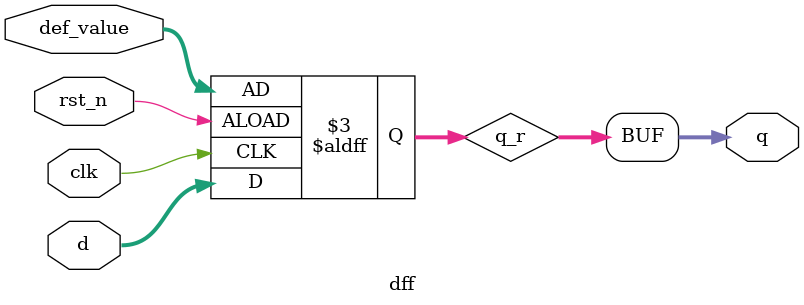
<source format=v>
`timescale 1ns / 1ps

module dff #(
    parameter WIDTH = 32
  )
  (
    input                               clk                        ,
    input                               rst_n                      ,
    input          [WIDTH-1:0]          def_value                  ,
    input          [WIDTH-1:0]          d                          ,
    output         [WIDTH-1:0]          q
  );

    reg [WIDTH-1:0]          q_r;
  always @(posedge clk or negedge rst_n)
  begin
    if(!rst_n)
      q_r<=def_value; // 复位时使用nop指令
    else
      q_r<=d;
  end

  assign q = q_r ;

endmodule

</source>
